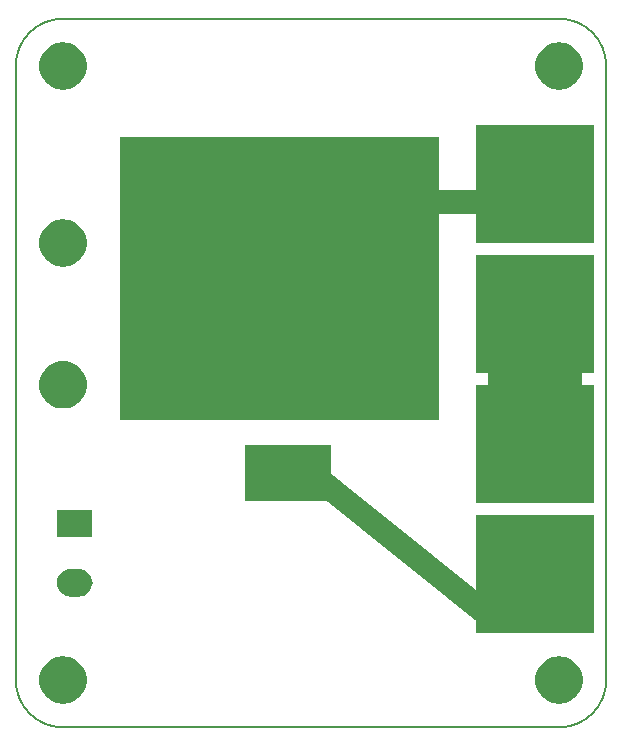
<source format=gbr>
G04 #@! TF.GenerationSoftware,KiCad,Pcbnew,(5.1.5)-3*
G04 #@! TF.CreationDate,2020-09-07T21:40:11-04:00*
G04 #@! TF.ProjectId,Little_Monster,4c697474-6c65-45f4-9d6f-6e737465722e,2.0*
G04 #@! TF.SameCoordinates,PX459e440PY6f94740*
G04 #@! TF.FileFunction,Soldermask,Bot*
G04 #@! TF.FilePolarity,Negative*
%FSLAX46Y46*%
G04 Gerber Fmt 4.6, Leading zero omitted, Abs format (unit mm)*
G04 Created by KiCad (PCBNEW (5.1.5)-3) date 2020-09-07 21:40:11*
%MOMM*%
%LPD*%
G04 APERTURE LIST*
%ADD10C,8.000000*%
%ADD11C,2.000000*%
G04 #@! TA.AperFunction,Profile*
%ADD12C,0.150000*%
G04 #@! TD*
%ADD13C,0.100000*%
G04 APERTURE END LIST*
D10*
X44000000Y32250000D02*
X44000000Y26500000D01*
D11*
X30000000Y44500000D02*
X43500000Y44500000D01*
X25000000Y21500000D02*
X40000000Y9500000D01*
D12*
X0Y56000000D02*
G75*
G02X4000000Y60000000I4000000J0D01*
G01*
X4000000Y0D02*
G75*
G02X0Y4000000I0J4000000D01*
G01*
X50000000Y4000000D02*
G75*
G02X46000000Y0I-4000000J0D01*
G01*
X46000000Y60000000D02*
G75*
G02X50000000Y56000000I0J-4000000D01*
G01*
X4000000Y0D02*
X46000000Y0D01*
X4000000Y60000000D02*
X46000000Y60000000D01*
X50000000Y4000000D02*
X50000000Y56000000D01*
X0Y4000000D02*
X0Y56000000D01*
D13*
G36*
X4293582Y5980785D02*
G01*
X4583381Y5923141D01*
X4947356Y5772377D01*
X5274921Y5553505D01*
X5274923Y5553503D01*
X5274926Y5553501D01*
X5553501Y5274926D01*
X5553503Y5274923D01*
X5553505Y5274921D01*
X5772377Y4947356D01*
X5923141Y4583381D01*
X6000000Y4196982D01*
X6000000Y3803018D01*
X5923141Y3416619D01*
X5772377Y3052644D01*
X5553505Y2725079D01*
X5553503Y2725077D01*
X5553501Y2725074D01*
X5274926Y2446499D01*
X5274923Y2446497D01*
X5274921Y2446495D01*
X4947356Y2227623D01*
X4583381Y2076859D01*
X4293582Y2019215D01*
X4196983Y2000000D01*
X3803017Y2000000D01*
X3706418Y2019215D01*
X3416619Y2076859D01*
X3052644Y2227623D01*
X2725079Y2446495D01*
X2725077Y2446497D01*
X2725074Y2446499D01*
X2446499Y2725074D01*
X2446497Y2725077D01*
X2446495Y2725079D01*
X2227623Y3052644D01*
X2076859Y3416619D01*
X2000000Y3803018D01*
X2000000Y4196982D01*
X2076859Y4583381D01*
X2227623Y4947356D01*
X2446495Y5274921D01*
X2446497Y5274923D01*
X2446499Y5274926D01*
X2725074Y5553501D01*
X2725077Y5553503D01*
X2725079Y5553505D01*
X3052644Y5772377D01*
X3416619Y5923141D01*
X3706418Y5980785D01*
X3803017Y6000000D01*
X4196983Y6000000D01*
X4293582Y5980785D01*
G37*
G36*
X46293582Y5980785D02*
G01*
X46583381Y5923141D01*
X46947356Y5772377D01*
X47274921Y5553505D01*
X47274923Y5553503D01*
X47274926Y5553501D01*
X47553501Y5274926D01*
X47553503Y5274923D01*
X47553505Y5274921D01*
X47772377Y4947356D01*
X47923141Y4583381D01*
X48000000Y4196982D01*
X48000000Y3803018D01*
X47923141Y3416619D01*
X47772377Y3052644D01*
X47553505Y2725079D01*
X47553503Y2725077D01*
X47553501Y2725074D01*
X47274926Y2446499D01*
X47274923Y2446497D01*
X47274921Y2446495D01*
X46947356Y2227623D01*
X46583381Y2076859D01*
X46293582Y2019215D01*
X46196983Y2000000D01*
X45803017Y2000000D01*
X45706418Y2019215D01*
X45416619Y2076859D01*
X45052644Y2227623D01*
X44725079Y2446495D01*
X44725077Y2446497D01*
X44725074Y2446499D01*
X44446499Y2725074D01*
X44446497Y2725077D01*
X44446495Y2725079D01*
X44227623Y3052644D01*
X44076859Y3416619D01*
X44000000Y3803018D01*
X44000000Y4196982D01*
X44076859Y4583381D01*
X44227623Y4947356D01*
X44446495Y5274921D01*
X44446497Y5274923D01*
X44446499Y5274926D01*
X44725074Y5553501D01*
X44725077Y5553503D01*
X44725079Y5553505D01*
X45052644Y5772377D01*
X45416619Y5923141D01*
X45706418Y5980785D01*
X45803017Y6000000D01*
X46196983Y6000000D01*
X46293582Y5980785D01*
G37*
G36*
X49000000Y8000000D02*
G01*
X39000000Y8000000D01*
X39000000Y18000000D01*
X49000000Y18000000D01*
X49000000Y8000000D01*
G37*
G36*
X5555340Y13407998D02*
G01*
X5776829Y13340811D01*
X5776831Y13340810D01*
X5980955Y13231703D01*
X6159871Y13084871D01*
X6306703Y12905955D01*
X6306704Y12905953D01*
X6415811Y12701829D01*
X6482998Y12480340D01*
X6505685Y12250000D01*
X6482998Y12019660D01*
X6415811Y11798171D01*
X6415810Y11798169D01*
X6306703Y11594045D01*
X6159871Y11415129D01*
X5980955Y11268297D01*
X5980953Y11268296D01*
X5776829Y11159189D01*
X5555340Y11092002D01*
X5382720Y11075000D01*
X4617280Y11075000D01*
X4444660Y11092002D01*
X4223171Y11159189D01*
X4019047Y11268296D01*
X4019045Y11268297D01*
X3840129Y11415129D01*
X3693297Y11594045D01*
X3584190Y11798169D01*
X3584189Y11798171D01*
X3517002Y12019660D01*
X3494315Y12250000D01*
X3517002Y12480340D01*
X3584189Y12701829D01*
X3693296Y12905953D01*
X3693297Y12905955D01*
X3840129Y13084871D01*
X4019045Y13231703D01*
X4223169Y13340810D01*
X4223171Y13340811D01*
X4444660Y13407998D01*
X4617280Y13425000D01*
X5382720Y13425000D01*
X5555340Y13407998D01*
G37*
G36*
X6500000Y16075000D02*
G01*
X3500000Y16075000D01*
X3500000Y18425000D01*
X6500000Y18425000D01*
X6500000Y16075000D01*
G37*
G36*
X49000000Y19000000D02*
G01*
X39000000Y19000000D01*
X39000000Y29000000D01*
X49000000Y29000000D01*
X49000000Y19000000D01*
G37*
G36*
X26700000Y19200000D02*
G01*
X19400000Y19200000D01*
X19400000Y23900000D01*
X26700000Y23900000D01*
X26700000Y19200000D01*
G37*
G36*
X35800000Y26000000D02*
G01*
X8800000Y26000000D01*
X8800000Y50000000D01*
X35800000Y50000000D01*
X35800000Y26000000D01*
G37*
G36*
X4293582Y30980785D02*
G01*
X4583381Y30923141D01*
X4947356Y30772377D01*
X5274921Y30553505D01*
X5274923Y30553503D01*
X5274926Y30553501D01*
X5553501Y30274926D01*
X5553503Y30274923D01*
X5553505Y30274921D01*
X5772377Y29947356D01*
X5923141Y29583381D01*
X6000000Y29196982D01*
X6000000Y28803018D01*
X5923141Y28416619D01*
X5772377Y28052644D01*
X5553505Y27725079D01*
X5553503Y27725077D01*
X5553501Y27725074D01*
X5274926Y27446499D01*
X5274923Y27446497D01*
X5274921Y27446495D01*
X4947356Y27227623D01*
X4583381Y27076859D01*
X4293582Y27019215D01*
X4196983Y27000000D01*
X3803017Y27000000D01*
X3706418Y27019215D01*
X3416619Y27076859D01*
X3052644Y27227623D01*
X2725079Y27446495D01*
X2725077Y27446497D01*
X2725074Y27446499D01*
X2446499Y27725074D01*
X2446497Y27725077D01*
X2446495Y27725079D01*
X2227623Y28052644D01*
X2076859Y28416619D01*
X2000000Y28803018D01*
X2000000Y29196982D01*
X2076859Y29583381D01*
X2227623Y29947356D01*
X2446495Y30274921D01*
X2446497Y30274923D01*
X2446499Y30274926D01*
X2725074Y30553501D01*
X2725077Y30553503D01*
X2725079Y30553505D01*
X3052644Y30772377D01*
X3416619Y30923141D01*
X3706418Y30980785D01*
X3803017Y31000000D01*
X4196983Y31000000D01*
X4293582Y30980785D01*
G37*
G36*
X49000000Y30000000D02*
G01*
X39000000Y30000000D01*
X39000000Y40000000D01*
X49000000Y40000000D01*
X49000000Y30000000D01*
G37*
G36*
X4293582Y42980785D02*
G01*
X4583381Y42923141D01*
X4947356Y42772377D01*
X5274921Y42553505D01*
X5274923Y42553503D01*
X5274926Y42553501D01*
X5553501Y42274926D01*
X5553503Y42274923D01*
X5553505Y42274921D01*
X5772377Y41947356D01*
X5923141Y41583381D01*
X6000000Y41196982D01*
X6000000Y40803018D01*
X5923141Y40416619D01*
X5772377Y40052644D01*
X5553505Y39725079D01*
X5553503Y39725077D01*
X5553501Y39725074D01*
X5274926Y39446499D01*
X5274923Y39446497D01*
X5274921Y39446495D01*
X4947356Y39227623D01*
X4583381Y39076859D01*
X4293582Y39019215D01*
X4196983Y39000000D01*
X3803017Y39000000D01*
X3706418Y39019215D01*
X3416619Y39076859D01*
X3052644Y39227623D01*
X2725079Y39446495D01*
X2725077Y39446497D01*
X2725074Y39446499D01*
X2446499Y39725074D01*
X2446497Y39725077D01*
X2446495Y39725079D01*
X2227623Y40052644D01*
X2076859Y40416619D01*
X2000000Y40803018D01*
X2000000Y41196982D01*
X2076859Y41583381D01*
X2227623Y41947356D01*
X2446495Y42274921D01*
X2446497Y42274923D01*
X2446499Y42274926D01*
X2725074Y42553501D01*
X2725077Y42553503D01*
X2725079Y42553505D01*
X3052644Y42772377D01*
X3416619Y42923141D01*
X3706418Y42980785D01*
X3803017Y43000000D01*
X4196983Y43000000D01*
X4293582Y42980785D01*
G37*
G36*
X49000000Y41000000D02*
G01*
X39000000Y41000000D01*
X39000000Y51000000D01*
X49000000Y51000000D01*
X49000000Y41000000D01*
G37*
G36*
X46293582Y57980785D02*
G01*
X46583381Y57923141D01*
X46947356Y57772377D01*
X47274921Y57553505D01*
X47274923Y57553503D01*
X47274926Y57553501D01*
X47553501Y57274926D01*
X47553503Y57274923D01*
X47553505Y57274921D01*
X47772377Y56947356D01*
X47923141Y56583381D01*
X48000000Y56196982D01*
X48000000Y55803018D01*
X47923141Y55416619D01*
X47772377Y55052644D01*
X47553505Y54725079D01*
X47553503Y54725077D01*
X47553501Y54725074D01*
X47274926Y54446499D01*
X47274923Y54446497D01*
X47274921Y54446495D01*
X46947356Y54227623D01*
X46583381Y54076859D01*
X46293582Y54019215D01*
X46196983Y54000000D01*
X45803017Y54000000D01*
X45706418Y54019215D01*
X45416619Y54076859D01*
X45052644Y54227623D01*
X44725079Y54446495D01*
X44725077Y54446497D01*
X44725074Y54446499D01*
X44446499Y54725074D01*
X44446497Y54725077D01*
X44446495Y54725079D01*
X44227623Y55052644D01*
X44076859Y55416619D01*
X44000000Y55803018D01*
X44000000Y56196982D01*
X44076859Y56583381D01*
X44227623Y56947356D01*
X44446495Y57274921D01*
X44446497Y57274923D01*
X44446499Y57274926D01*
X44725074Y57553501D01*
X44725077Y57553503D01*
X44725079Y57553505D01*
X45052644Y57772377D01*
X45416619Y57923141D01*
X45706418Y57980785D01*
X45803017Y58000000D01*
X46196983Y58000000D01*
X46293582Y57980785D01*
G37*
G36*
X4293582Y57980785D02*
G01*
X4583381Y57923141D01*
X4947356Y57772377D01*
X5274921Y57553505D01*
X5274923Y57553503D01*
X5274926Y57553501D01*
X5553501Y57274926D01*
X5553503Y57274923D01*
X5553505Y57274921D01*
X5772377Y56947356D01*
X5923141Y56583381D01*
X6000000Y56196982D01*
X6000000Y55803018D01*
X5923141Y55416619D01*
X5772377Y55052644D01*
X5553505Y54725079D01*
X5553503Y54725077D01*
X5553501Y54725074D01*
X5274926Y54446499D01*
X5274923Y54446497D01*
X5274921Y54446495D01*
X4947356Y54227623D01*
X4583381Y54076859D01*
X4293582Y54019215D01*
X4196983Y54000000D01*
X3803017Y54000000D01*
X3706418Y54019215D01*
X3416619Y54076859D01*
X3052644Y54227623D01*
X2725079Y54446495D01*
X2725077Y54446497D01*
X2725074Y54446499D01*
X2446499Y54725074D01*
X2446497Y54725077D01*
X2446495Y54725079D01*
X2227623Y55052644D01*
X2076859Y55416619D01*
X2000000Y55803018D01*
X2000000Y56196982D01*
X2076859Y56583381D01*
X2227623Y56947356D01*
X2446495Y57274921D01*
X2446497Y57274923D01*
X2446499Y57274926D01*
X2725074Y57553501D01*
X2725077Y57553503D01*
X2725079Y57553505D01*
X3052644Y57772377D01*
X3416619Y57923141D01*
X3706418Y57980785D01*
X3803017Y58000000D01*
X4196983Y58000000D01*
X4293582Y57980785D01*
G37*
M02*

</source>
